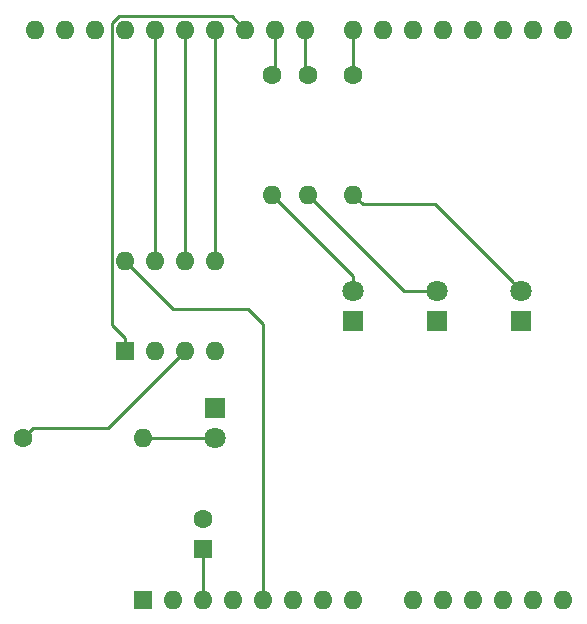
<source format=gbr>
G04 #@! TF.GenerationSoftware,KiCad,Pcbnew,5.1.4+dfsg1-1~bpo10+1*
G04 #@! TF.CreationDate,2021-01-22T14:12:43-08:00*
G04 #@! TF.ProjectId,ATtiny85UnoShield,41547469-6e79-4383-9555-6e6f53686965,rev?*
G04 #@! TF.SameCoordinates,Original*
G04 #@! TF.FileFunction,Copper,L1,Top*
G04 #@! TF.FilePolarity,Positive*
%FSLAX46Y46*%
G04 Gerber Fmt 4.6, Leading zero omitted, Abs format (unit mm)*
G04 Created by KiCad (PCBNEW 5.1.4+dfsg1-1~bpo10+1) date 2021-01-22 14:12:43*
%MOMM*%
%LPD*%
G04 APERTURE LIST*
%ADD10O,1.600000X1.600000*%
%ADD11R,1.600000X1.600000*%
%ADD12C,1.600000*%
%ADD13C,1.800000*%
%ADD14R,1.800000X1.800000*%
%ADD15C,0.250000*%
G04 APERTURE END LIST*
D10*
X161798000Y-52578000D03*
X164338000Y-52578000D03*
X124718000Y-52578000D03*
X164338000Y-100838000D03*
X127258000Y-52578000D03*
X161798000Y-100838000D03*
X129798000Y-52578000D03*
X159258000Y-100838000D03*
X132338000Y-52578000D03*
X156718000Y-100838000D03*
X134878000Y-52578000D03*
X154178000Y-100838000D03*
X137418000Y-52578000D03*
X151638000Y-100838000D03*
X139958000Y-52578000D03*
X146558000Y-100838000D03*
X142498000Y-52578000D03*
X144018000Y-100838000D03*
X146558000Y-52578000D03*
X141478000Y-100838000D03*
X149098000Y-52578000D03*
X138938000Y-100838000D03*
X151638000Y-52578000D03*
X136398000Y-100838000D03*
X154178000Y-52578000D03*
X133858000Y-100838000D03*
X156718000Y-52578000D03*
X131318000Y-100838000D03*
X159258000Y-52578000D03*
D11*
X128778000Y-100838000D03*
D10*
X122178000Y-52578000D03*
X119638000Y-52578000D03*
D12*
X133858000Y-94020000D03*
D11*
X133858000Y-96520000D03*
D10*
X127254000Y-72136000D03*
X134874000Y-79756000D03*
X129794000Y-72136000D03*
X132334000Y-79756000D03*
X132334000Y-72136000D03*
X129794000Y-79756000D03*
X134874000Y-72136000D03*
D11*
X127254000Y-79756000D03*
D10*
X128778000Y-87122000D03*
D12*
X118618000Y-87122000D03*
D10*
X139700000Y-66548000D03*
D12*
X139700000Y-56388000D03*
D10*
X142748000Y-66548000D03*
D12*
X142748000Y-56388000D03*
D10*
X146558000Y-66548000D03*
D12*
X146558000Y-56388000D03*
D13*
X134874000Y-87122000D03*
D14*
X134874000Y-84582000D03*
D13*
X146558000Y-74676000D03*
D14*
X146558000Y-77216000D03*
D13*
X153670000Y-74676000D03*
D14*
X153670000Y-77216000D03*
D13*
X160782000Y-74676000D03*
D14*
X160782000Y-77216000D03*
D15*
X129798000Y-72132000D02*
X129794000Y-72136000D01*
X129798000Y-52578000D02*
X129798000Y-72132000D01*
X132338000Y-72132000D02*
X132334000Y-72136000D01*
X132338000Y-52578000D02*
X132338000Y-72132000D01*
X134874000Y-52582000D02*
X134878000Y-52578000D01*
X134874000Y-72136000D02*
X134874000Y-52582000D01*
X127254000Y-78706000D02*
X127254000Y-79756000D01*
X126128999Y-77580999D02*
X127254000Y-78706000D01*
X126128999Y-52041999D02*
X126128999Y-77580999D01*
X126717999Y-51452999D02*
X126128999Y-52041999D01*
X136292999Y-51452999D02*
X126717999Y-51452999D01*
X137418000Y-52578000D02*
X136292999Y-51452999D01*
X139958000Y-56130000D02*
X139700000Y-56388000D01*
X139958000Y-52578000D02*
X139958000Y-56130000D01*
X142498000Y-56138000D02*
X142748000Y-56388000D01*
X142498000Y-52578000D02*
X142498000Y-56138000D01*
X146558000Y-53709370D02*
X146558000Y-56388000D01*
X146558000Y-52578000D02*
X146558000Y-53709370D01*
X137668000Y-76200000D02*
X138938000Y-77470000D01*
X138938000Y-77470000D02*
X138938000Y-100838000D01*
X127254000Y-72136000D02*
X131318000Y-76200000D01*
X131318000Y-76200000D02*
X137668000Y-76200000D01*
X133858000Y-97570000D02*
X133858000Y-100838000D01*
X133858000Y-96520000D02*
X133858000Y-97570000D01*
X159882001Y-73776001D02*
X160782000Y-74676000D01*
X153453999Y-67347999D02*
X159882001Y-73776001D01*
X147357999Y-67347999D02*
X153453999Y-67347999D01*
X146558000Y-66548000D02*
X147357999Y-67347999D01*
X150876000Y-74676000D02*
X153670000Y-74676000D01*
X142748000Y-66548000D02*
X150876000Y-74676000D01*
X146558000Y-73406000D02*
X146558000Y-74676000D01*
X139700000Y-66548000D02*
X146558000Y-73406000D01*
X133601208Y-87122000D02*
X128778000Y-87122000D01*
X134874000Y-87122000D02*
X133601208Y-87122000D01*
X131534001Y-80555999D02*
X132334000Y-79756000D01*
X125767999Y-86322001D02*
X131534001Y-80555999D01*
X119417999Y-86322001D02*
X125767999Y-86322001D01*
X118618000Y-87122000D02*
X119417999Y-86322001D01*
M02*

</source>
